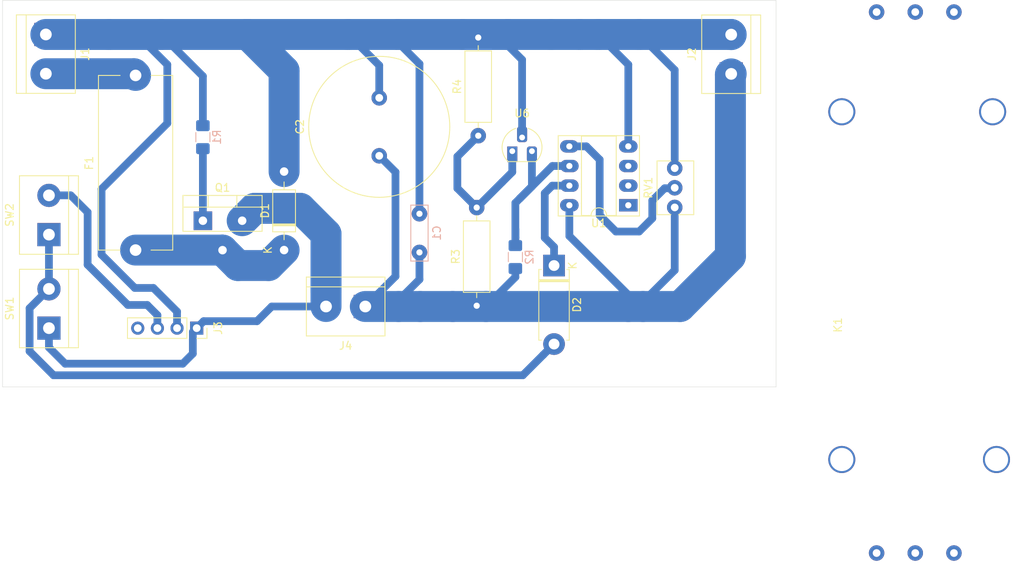
<source format=kicad_pcb>
(kicad_pcb (version 20171130) (host pcbnew "(5.1.4)-1")

  (general
    (thickness 1.6)
    (drawings 10)
    (tracks 132)
    (zones 0)
    (modules 20)
    (nets 20)
  )

  (page A4)
  (layers
    (0 F.Cu signal)
    (31 B.Cu signal)
    (32 B.Adhes user)
    (33 F.Adhes user)
    (34 B.Paste user)
    (35 F.Paste user)
    (36 B.SilkS user)
    (37 F.SilkS user)
    (38 B.Mask user)
    (39 F.Mask user)
    (40 Dwgs.User user)
    (41 Cmts.User user)
    (42 Eco1.User user)
    (43 Eco2.User user)
    (44 Edge.Cuts user)
    (45 Margin user)
    (46 B.CrtYd user)
    (47 F.CrtYd user)
    (48 B.Fab user)
    (49 F.Fab user)
  )

  (setup
    (last_trace_width 1)
    (user_trace_width 1)
    (user_trace_width 3.5)
    (user_trace_width 4)
    (trace_clearance 0.5)
    (zone_clearance 0.508)
    (zone_45_only no)
    (trace_min 0.2)
    (via_size 0.8)
    (via_drill 0.4)
    (via_min_size 0.4)
    (via_min_drill 0.3)
    (uvia_size 0.3)
    (uvia_drill 0.1)
    (uvias_allowed no)
    (uvia_min_size 0.2)
    (uvia_min_drill 0.1)
    (edge_width 0.05)
    (segment_width 0.2)
    (pcb_text_width 0.3)
    (pcb_text_size 1.5 1.5)
    (mod_edge_width 0.12)
    (mod_text_size 1 1)
    (mod_text_width 0.15)
    (pad_size 2 2)
    (pad_drill 0.8)
    (pad_to_mask_clearance 0.051)
    (solder_mask_min_width 0.25)
    (aux_axis_origin 0 0)
    (visible_elements 7FFFFFFF)
    (pcbplotparams
      (layerselection 0x010fc_ffffffff)
      (usegerberextensions false)
      (usegerberattributes false)
      (usegerberadvancedattributes false)
      (creategerberjobfile false)
      (excludeedgelayer true)
      (linewidth 0.100000)
      (plotframeref false)
      (viasonmask false)
      (mode 1)
      (useauxorigin false)
      (hpglpennumber 1)
      (hpglpenspeed 20)
      (hpglpendiameter 15.000000)
      (psnegative false)
      (psa4output false)
      (plotreference true)
      (plotvalue true)
      (plotinvisibletext false)
      (padsonsilk false)
      (subtractmaskfromsilk false)
      (outputformat 1)
      (mirror false)
      (drillshape 1)
      (scaleselection 1)
      (outputdirectory ""))
  )

  (net 0 "")
  (net 1 "Net-(K1-Pad6)")
  (net 2 "Net-(RV1-Pad2)")
  (net 3 RELAY_NO)
  (net 4 POW_IN-)
  (net 5 "Net-(D2-Pad1)")
  (net 6 "Net-(D2-Pad2)")
  (net 7 RELAY_COM)
  (net 8 POW_IN+)
  (net 9 "Net-(K1-Pad3)")
  (net 10 "Net-(Q1-Pad1)")
  (net 11 "Net-(R2-Pad2)")
  (net 12 "Net-(D1-Pad1)")
  (net 13 "Net-(J3-Pad3)")
  (net 14 "Net-(J3-Pad4)")
  (net 15 "Net-(K1-Pad2)")
  (net 16 "Net-(K1-Pad1)")
  (net 17 "Net-(K1-Pad5)")
  (net 18 "Net-(K1-Pad4)")
  (net 19 "Net-(R3-Pad2)")

  (net_class Default "Esta es la clase de red por defecto."
    (clearance 0.5)
    (trace_width 0.25)
    (via_dia 0.8)
    (via_drill 0.4)
    (uvia_dia 0.3)
    (uvia_drill 0.1)
    (add_net "Net-(D1-Pad1)")
    (add_net "Net-(D2-Pad1)")
    (add_net "Net-(D2-Pad2)")
    (add_net "Net-(J3-Pad3)")
    (add_net "Net-(J3-Pad4)")
    (add_net "Net-(K1-Pad1)")
    (add_net "Net-(K1-Pad2)")
    (add_net "Net-(K1-Pad3)")
    (add_net "Net-(K1-Pad4)")
    (add_net "Net-(K1-Pad5)")
    (add_net "Net-(K1-Pad6)")
    (add_net "Net-(Q1-Pad1)")
    (add_net "Net-(R2-Pad2)")
    (add_net "Net-(R3-Pad2)")
    (add_net "Net-(RV1-Pad2)")
    (add_net POW_IN+)
    (add_net POW_IN-)
    (add_net RELAY_COM)
    (add_net RELAY_NO)
  )

  (module Potentiometer_THT:Potentiometer_Bourns_3266Y_Vertical (layer F.Cu) (tedit 5E727EBB) (tstamp 5E5D9C30)
    (at 106.9 41.7 90)
    (descr "Potentiometer, vertical, Bourns 3266Y, https://www.bourns.com/docs/Product-Datasheets/3266.pdf")
    (tags "Potentiometer vertical Bourns 3266Y")
    (path /5DBB5534)
    (fp_text reference RV1 (at -2.54 -3.41 90) (layer F.SilkS)
      (effects (font (size 1 1) (thickness 0.15)))
    )
    (fp_text value R_POT (at -2.54 3.59 90) (layer F.Fab)
      (effects (font (size 1 1) (thickness 0.15)))
    )
    (fp_circle (center -0.405 1.07) (end 0.485 1.07) (layer F.Fab) (width 0.1))
    (fp_line (start -5.895 -2.16) (end -5.895 2.34) (layer F.Fab) (width 0.1))
    (fp_line (start -5.895 2.34) (end 0.815 2.34) (layer F.Fab) (width 0.1))
    (fp_line (start 0.815 2.34) (end 0.815 -2.16) (layer F.Fab) (width 0.1))
    (fp_line (start 0.815 -2.16) (end -5.895 -2.16) (layer F.Fab) (width 0.1))
    (fp_line (start -0.405 1.952) (end -0.404 0.189) (layer F.Fab) (width 0.1))
    (fp_line (start -0.405 1.952) (end -0.404 0.189) (layer F.Fab) (width 0.1))
    (fp_line (start -6.015 -2.28) (end 0.935 -2.28) (layer F.SilkS) (width 0.12))
    (fp_line (start -6.015 2.46) (end 0.935 2.46) (layer F.SilkS) (width 0.12))
    (fp_line (start -6.015 -2.28) (end -6.015 -0.494) (layer F.SilkS) (width 0.12))
    (fp_line (start -6.015 0.496) (end -6.015 2.46) (layer F.SilkS) (width 0.12))
    (fp_line (start 0.935 -2.28) (end 0.935 -0.494) (layer F.SilkS) (width 0.12))
    (fp_line (start 0.935 0.496) (end 0.935 2.46) (layer F.SilkS) (width 0.12))
    (fp_line (start -6.15 -2.45) (end -6.15 2.6) (layer F.CrtYd) (width 0.05))
    (fp_line (start -6.15 2.6) (end 1.1 2.6) (layer F.CrtYd) (width 0.05))
    (fp_line (start 1.1 2.6) (end 1.1 -2.45) (layer F.CrtYd) (width 0.05))
    (fp_line (start 1.1 -2.45) (end -6.15 -2.45) (layer F.CrtYd) (width 0.05))
    (fp_text user %R (at -3.15 0.09 90) (layer F.Fab)
      (effects (font (size 0.92 0.92) (thickness 0.15)))
    )
    (pad 1 thru_hole circle (at 0 0 90) (size 2 2) (drill 1) (layers *.Cu *.Mask)
      (net 4 POW_IN-))
    (pad 2 thru_hole circle (at -2.54 0 90) (size 2 2) (drill 1) (layers *.Cu *.Mask)
      (net 2 "Net-(RV1-Pad2)"))
    (pad 3 thru_hole circle (at -5.08 0 90) (size 2 2) (drill 1) (layers *.Cu *.Mask)
      (net 3 RELAY_NO))
    (model ${KISYS3DMOD}/Potentiometer_THT.3dshapes/Potentiometer_Bourns_3266Y_Vertical.wrl
      (at (xyz 0 0 0))
      (scale (xyz 1 1 1))
      (rotate (xyz 0 0 0))
    )
  )

  (module Resistor_THT:R_Axial_DIN0309_L9.0mm_D3.2mm_P12.70mm_Horizontal (layer F.Cu) (tedit 5E727F1E) (tstamp 5E72BDDB)
    (at 81.5 37.5 90)
    (descr "Resistor, Axial_DIN0309 series, Axial, Horizontal, pin pitch=12.7mm, 0.5W = 1/2W, length*diameter=9*3.2mm^2, http://cdn-reichelt.de/documents/datenblatt/B400/1_4W%23YAG.pdf")
    (tags "Resistor Axial_DIN0309 series Axial Horizontal pin pitch 12.7mm 0.5W = 1/2W length 9mm diameter 3.2mm")
    (path /5E72DC5E)
    (fp_text reference R4 (at 6.35 -2.72 90) (layer F.SilkS)
      (effects (font (size 1 1) (thickness 0.15)))
    )
    (fp_text value 100k (at 6.35 2.72 90) (layer F.Fab)
      (effects (font (size 1 1) (thickness 0.15)))
    )
    (fp_text user %R (at 6.35 0 90) (layer F.Fab)
      (effects (font (size 1 1) (thickness 0.15)))
    )
    (fp_line (start 13.75 -1.85) (end -1.05 -1.85) (layer F.CrtYd) (width 0.05))
    (fp_line (start 13.75 1.85) (end 13.75 -1.85) (layer F.CrtYd) (width 0.05))
    (fp_line (start -1.05 1.85) (end 13.75 1.85) (layer F.CrtYd) (width 0.05))
    (fp_line (start -1.05 -1.85) (end -1.05 1.85) (layer F.CrtYd) (width 0.05))
    (fp_line (start 11.66 0) (end 10.97 0) (layer F.SilkS) (width 0.12))
    (fp_line (start 1.04 0) (end 1.73 0) (layer F.SilkS) (width 0.12))
    (fp_line (start 10.97 -1.72) (end 1.73 -1.72) (layer F.SilkS) (width 0.12))
    (fp_line (start 10.97 1.72) (end 10.97 -1.72) (layer F.SilkS) (width 0.12))
    (fp_line (start 1.73 1.72) (end 10.97 1.72) (layer F.SilkS) (width 0.12))
    (fp_line (start 1.73 -1.72) (end 1.73 1.72) (layer F.SilkS) (width 0.12))
    (fp_line (start 12.7 0) (end 10.85 0) (layer F.Fab) (width 0.1))
    (fp_line (start 0 0) (end 1.85 0) (layer F.Fab) (width 0.1))
    (fp_line (start 10.85 -1.6) (end 1.85 -1.6) (layer F.Fab) (width 0.1))
    (fp_line (start 10.85 1.6) (end 10.85 -1.6) (layer F.Fab) (width 0.1))
    (fp_line (start 1.85 1.6) (end 10.85 1.6) (layer F.Fab) (width 0.1))
    (fp_line (start 1.85 -1.6) (end 1.85 1.6) (layer F.Fab) (width 0.1))
    (pad 2 thru_hole circle (at 12.7 0 90) (size 2 2) (drill 0.8) (layers *.Cu *.Mask)
      (net 4 POW_IN-))
    (pad 1 thru_hole circle (at 0 0 90) (size 2 2) (drill 0.8) (layers *.Cu *.Mask)
      (net 19 "Net-(R3-Pad2)"))
    (model ${KISYS3DMOD}/Resistor_THT.3dshapes/R_Axial_DIN0309_L9.0mm_D3.2mm_P12.70mm_Horizontal.wrl
      (at (xyz 0 0 0))
      (scale (xyz 1 1 1))
      (rotate (xyz 0 0 0))
    )
  )

  (module Resistor_THT:R_Axial_DIN0309_L9.0mm_D3.2mm_P12.70mm_Horizontal (layer F.Cu) (tedit 5E727F0B) (tstamp 5E72BDC4)
    (at 81.3 59.5 90)
    (descr "Resistor, Axial_DIN0309 series, Axial, Horizontal, pin pitch=12.7mm, 0.5W = 1/2W, length*diameter=9*3.2mm^2, http://cdn-reichelt.de/documents/datenblatt/B400/1_4W%23YAG.pdf")
    (tags "Resistor Axial_DIN0309 series Axial Horizontal pin pitch 12.7mm 0.5W = 1/2W length 9mm diameter 3.2mm")
    (path /5E72E382)
    (fp_text reference R3 (at 6.35 -2.72 90) (layer F.SilkS)
      (effects (font (size 1 1) (thickness 0.15)))
    )
    (fp_text value 100k (at 6.35 2.72 90) (layer F.Fab)
      (effects (font (size 1 1) (thickness 0.15)))
    )
    (fp_text user %R (at 6.35 0 90) (layer F.Fab)
      (effects (font (size 1 1) (thickness 0.15)))
    )
    (fp_line (start 13.75 -1.85) (end -1.05 -1.85) (layer F.CrtYd) (width 0.05))
    (fp_line (start 13.75 1.85) (end 13.75 -1.85) (layer F.CrtYd) (width 0.05))
    (fp_line (start -1.05 1.85) (end 13.75 1.85) (layer F.CrtYd) (width 0.05))
    (fp_line (start -1.05 -1.85) (end -1.05 1.85) (layer F.CrtYd) (width 0.05))
    (fp_line (start 11.66 0) (end 10.97 0) (layer F.SilkS) (width 0.12))
    (fp_line (start 1.04 0) (end 1.73 0) (layer F.SilkS) (width 0.12))
    (fp_line (start 10.97 -1.72) (end 1.73 -1.72) (layer F.SilkS) (width 0.12))
    (fp_line (start 10.97 1.72) (end 10.97 -1.72) (layer F.SilkS) (width 0.12))
    (fp_line (start 1.73 1.72) (end 10.97 1.72) (layer F.SilkS) (width 0.12))
    (fp_line (start 1.73 -1.72) (end 1.73 1.72) (layer F.SilkS) (width 0.12))
    (fp_line (start 12.7 0) (end 10.85 0) (layer F.Fab) (width 0.1))
    (fp_line (start 0 0) (end 1.85 0) (layer F.Fab) (width 0.1))
    (fp_line (start 10.85 -1.6) (end 1.85 -1.6) (layer F.Fab) (width 0.1))
    (fp_line (start 10.85 1.6) (end 10.85 -1.6) (layer F.Fab) (width 0.1))
    (fp_line (start 1.85 1.6) (end 10.85 1.6) (layer F.Fab) (width 0.1))
    (fp_line (start 1.85 -1.6) (end 1.85 1.6) (layer F.Fab) (width 0.1))
    (pad 2 thru_hole circle (at 12.7 0 90) (size 2 2) (drill 0.8) (layers *.Cu *.Mask)
      (net 19 "Net-(R3-Pad2)"))
    (pad 1 thru_hole circle (at 0 0 90) (size 2 2) (drill 0.8) (layers *.Cu *.Mask)
      (net 3 RELAY_NO))
    (model ${KISYS3DMOD}/Resistor_THT.3dshapes/R_Axial_DIN0309_L9.0mm_D3.2mm_P12.70mm_Horizontal.wrl
      (at (xyz 0 0 0))
      (scale (xyz 1 1 1))
      (rotate (xyz 0 0 0))
    )
  )

  (module Capacitor_THT:C_Rect_L7.0mm_W2.0mm_P5.00mm (layer B.Cu) (tedit 5E727F3D) (tstamp 5E61209A)
    (at 73.9 52.6 90)
    (descr "C, Rect series, Radial, pin pitch=5.00mm, , length*width=7*2mm^2, Capacitor")
    (tags "C Rect series Radial pin pitch 5.00mm  length 7mm width 2mm Capacitor")
    (path /5DDEF386)
    (fp_text reference C1 (at 2.5 2.25 90) (layer B.SilkS)
      (effects (font (size 1 1) (thickness 0.15)) (justify mirror))
    )
    (fp_text value 1u (at 2.5 -2.25 90) (layer B.Fab)
      (effects (font (size 1 1) (thickness 0.15)) (justify mirror))
    )
    (fp_text user %R (at 2.5 0 90) (layer B.Fab)
      (effects (font (size 1 1) (thickness 0.15)) (justify mirror))
    )
    (fp_line (start 6.25 1.25) (end -1.25 1.25) (layer B.CrtYd) (width 0.05))
    (fp_line (start 6.25 -1.25) (end 6.25 1.25) (layer B.CrtYd) (width 0.05))
    (fp_line (start -1.25 -1.25) (end 6.25 -1.25) (layer B.CrtYd) (width 0.05))
    (fp_line (start -1.25 1.25) (end -1.25 -1.25) (layer B.CrtYd) (width 0.05))
    (fp_line (start 6.12 1.12) (end 6.12 -1.12) (layer B.SilkS) (width 0.12))
    (fp_line (start -1.12 1.12) (end -1.12 -1.12) (layer B.SilkS) (width 0.12))
    (fp_line (start -1.12 -1.12) (end 6.12 -1.12) (layer B.SilkS) (width 0.12))
    (fp_line (start -1.12 1.12) (end 6.12 1.12) (layer B.SilkS) (width 0.12))
    (fp_line (start 6 1) (end -1 1) (layer B.Fab) (width 0.1))
    (fp_line (start 6 -1) (end 6 1) (layer B.Fab) (width 0.1))
    (fp_line (start -1 -1) (end 6 -1) (layer B.Fab) (width 0.1))
    (fp_line (start -1 1) (end -1 -1) (layer B.Fab) (width 0.1))
    (pad 2 thru_hole circle (at 5 0 90) (size 2 2) (drill 0.8) (layers *.Cu *.Mask)
      (net 4 POW_IN-))
    (pad 1 thru_hole circle (at 0 0 90) (size 2 2) (drill 0.8) (layers *.Cu *.Mask)
      (net 3 RELAY_NO))
    (model ${KISYS3DMOD}/Capacitor_THT.3dshapes/C_Rect_L7.0mm_W2.0mm_P5.00mm.wrl
      (at (xyz 0 0 0))
      (scale (xyz 1 1 1))
      (rotate (xyz 0 0 0))
    )
  )

  (module Capacitor_THT:C_Radial_D18.0mm_H35.5mm_P7.50mm (layer F.Cu) (tedit 5BC5C9BA) (tstamp 5E5D9B56)
    (at 68.7 40.1 90)
    (descr "C, Radial series, Radial, pin pitch=7.50mm, diameter=18mm, height=35.5mm, Non-Polar Electrolytic Capacitor")
    (tags "C Radial series Radial pin pitch 7.50mm diameter 18mm height 35.5mm Non-Polar Electrolytic Capacitor")
    (path /5DDEEE5E)
    (fp_text reference C2 (at 3.75 -10.25 90) (layer F.SilkS)
      (effects (font (size 1 1) (thickness 0.15)))
    )
    (fp_text value 1000u (at 3.75 10.25 90) (layer F.Fab)
      (effects (font (size 1 1) (thickness 0.15)))
    )
    (fp_circle (center 3.75 0) (end 12.75 0) (layer F.Fab) (width 0.1))
    (fp_circle (center 3.75 0) (end 12.87 0) (layer F.SilkS) (width 0.12))
    (fp_circle (center 3.75 0) (end 13 0) (layer F.CrtYd) (width 0.05))
    (fp_text user %R (at 3.75 0 90) (layer F.Fab)
      (effects (font (size 1 1) (thickness 0.15)))
    )
    (pad 1 thru_hole circle (at 0 0 90) (size 2 2) (drill 1) (layers *.Cu *.Mask)
      (net 3 RELAY_NO))
    (pad 2 thru_hole circle (at 7.5 0 90) (size 2 2) (drill 1) (layers *.Cu *.Mask)
      (net 4 POW_IN-))
    (model ${KISYS3DMOD}/Capacitor_THT.3dshapes/C_Radial_D18.0mm_H35.5mm_P7.50mm.wrl
      (at (xyz 0 0 0))
      (scale (xyz 1 1 1))
      (rotate (xyz 0 0 0))
    )
  )

  (module Diode_THT:D_5W_P10.16mm_Horizontal (layer F.Cu) (tedit 5AE50CD5) (tstamp 5E600196)
    (at 91.3 54.3 270)
    (descr "Diode, 5W series, Axial, Horizontal, pin pitch=10.16mm, , length*diameter=8.9*3.7mm^2, , http://www.diodes.com/_files/packages/8686949.gif")
    (tags "Diode 5W series Axial Horizontal pin pitch 10.16mm  length 8.9mm diameter 3.7mm")
    (path /5DC0F8BF)
    (fp_text reference D2 (at 5.08 -2.97 90) (layer F.SilkS)
      (effects (font (size 1 1) (thickness 0.15)))
    )
    (fp_text value DIODE (at 5.08 2.97 90) (layer F.Fab)
      (effects (font (size 1 1) (thickness 0.15)))
    )
    (fp_line (start 0.63 -1.85) (end 0.63 1.85) (layer F.Fab) (width 0.1))
    (fp_line (start 0.63 1.85) (end 9.53 1.85) (layer F.Fab) (width 0.1))
    (fp_line (start 9.53 1.85) (end 9.53 -1.85) (layer F.Fab) (width 0.1))
    (fp_line (start 9.53 -1.85) (end 0.63 -1.85) (layer F.Fab) (width 0.1))
    (fp_line (start 0 0) (end 0.63 0) (layer F.Fab) (width 0.1))
    (fp_line (start 10.16 0) (end 9.53 0) (layer F.Fab) (width 0.1))
    (fp_line (start 1.965 -1.85) (end 1.965 1.85) (layer F.Fab) (width 0.1))
    (fp_line (start 2.065 -1.85) (end 2.065 1.85) (layer F.Fab) (width 0.1))
    (fp_line (start 1.865 -1.85) (end 1.865 1.85) (layer F.Fab) (width 0.1))
    (fp_line (start 0.51 -1.64) (end 0.51 -1.97) (layer F.SilkS) (width 0.12))
    (fp_line (start 0.51 -1.97) (end 9.65 -1.97) (layer F.SilkS) (width 0.12))
    (fp_line (start 9.65 -1.97) (end 9.65 -1.64) (layer F.SilkS) (width 0.12))
    (fp_line (start 0.51 1.64) (end 0.51 1.97) (layer F.SilkS) (width 0.12))
    (fp_line (start 0.51 1.97) (end 9.65 1.97) (layer F.SilkS) (width 0.12))
    (fp_line (start 9.65 1.97) (end 9.65 1.64) (layer F.SilkS) (width 0.12))
    (fp_line (start 1.965 -1.97) (end 1.965 1.97) (layer F.SilkS) (width 0.12))
    (fp_line (start 2.085 -1.97) (end 2.085 1.97) (layer F.SilkS) (width 0.12))
    (fp_line (start 1.845 -1.97) (end 1.845 1.97) (layer F.SilkS) (width 0.12))
    (fp_line (start -1.65 -2.1) (end -1.65 2.1) (layer F.CrtYd) (width 0.05))
    (fp_line (start -1.65 2.1) (end 11.81 2.1) (layer F.CrtYd) (width 0.05))
    (fp_line (start 11.81 2.1) (end 11.81 -2.1) (layer F.CrtYd) (width 0.05))
    (fp_line (start 11.81 -2.1) (end -1.65 -2.1) (layer F.CrtYd) (width 0.05))
    (fp_text user %R (at 5.7475 0 90) (layer F.Fab)
      (effects (font (size 1 1) (thickness 0.15)))
    )
    (fp_text user K (at 0 -2.4 90) (layer F.Fab)
      (effects (font (size 1 1) (thickness 0.15)))
    )
    (fp_text user K (at 0 -2.4 90) (layer F.SilkS)
      (effects (font (size 1 1) (thickness 0.15)))
    )
    (pad 1 thru_hole rect (at 0 0 270) (size 2.8 2.8) (drill 1.4) (layers *.Cu *.Mask)
      (net 5 "Net-(D2-Pad1)"))
    (pad 2 thru_hole oval (at 10.16 0 270) (size 2.8 2.8) (drill 1.4) (layers *.Cu *.Mask)
      (net 6 "Net-(D2-Pad2)"))
    (model ${KISYS3DMOD}/Diode_THT.3dshapes/D_5W_P10.16mm_Horizontal.wrl
      (at (xyz 0 0 0))
      (scale (xyz 1 1 1))
      (rotate (xyz 0 0 0))
    )
  )

  (module Fuse:Fuseholder_Cylinder-5x20mm_Stelvio-Kontek_PTF78_Horizontal_Open (layer F.Cu) (tedit 5B7EAE13) (tstamp 5E5D9BAF)
    (at 37.2 52.3 90)
    (descr https://www.tme.eu/en/Document/3b48dbe2b9714a62652c97b08fcd464b/PTF78.pdf)
    (tags "Fuseholder horizontal open 5x20 Stelvio-Kontek PTF/78")
    (path /5E5D589E)
    (fp_text reference F1 (at 11.25 -6 90) (layer F.SilkS)
      (effects (font (size 1 1) (thickness 0.15)))
    )
    (fp_text value Fuse (at 13 6 90) (layer F.Fab)
      (effects (font (size 1 1) (thickness 0.15)))
    )
    (fp_text user %R (at 11.25 4 90) (layer F.Fab)
      (effects (font (size 1 1) (thickness 0.15)))
    )
    (fp_line (start 0.1 -4.7) (end 0.1 4.7) (layer F.Fab) (width 0.1))
    (fp_line (start 0.1 4.7) (end 22.5 4.7) (layer F.Fab) (width 0.1))
    (fp_line (start 22.5 4.7) (end 22.5 -4.7) (layer F.Fab) (width 0.1))
    (fp_line (start 22.5 -4.7) (end 0.1 -4.7) (layer F.Fab) (width 0.1))
    (fp_line (start -0.15 4.95) (end -0.15 1.85) (layer F.CrtYd) (width 0.05))
    (fp_line (start 22.6 4.8) (end 22.6 2) (layer F.SilkS) (width 0.12))
    (fp_line (start 22.6 -2) (end 22.6 -4.8) (layer F.SilkS) (width 0.12))
    (fp_line (start 0 -2) (end 0 -4.8) (layer F.SilkS) (width 0.12))
    (fp_line (start 0 -4.8) (end 22.6 -4.8) (layer F.SilkS) (width 0.12))
    (fp_line (start 22.75 4.95) (end -0.15 4.95) (layer F.CrtYd) (width 0.05))
    (fp_line (start -0.15 -4.95) (end 22.75 -4.95) (layer F.CrtYd) (width 0.05))
    (fp_line (start 0 4.8) (end 22.6 4.8) (layer F.SilkS) (width 0.12))
    (fp_line (start -0.15 -1.85) (end -0.15 -4.95) (layer F.CrtYd) (width 0.05))
    (fp_line (start 22.75 -1.85) (end 22.75 -4.95) (layer F.CrtYd) (width 0.05))
    (fp_line (start 22.75 1.85) (end 22.75 4.95) (layer F.CrtYd) (width 0.05))
    (fp_line (start 0 4.8) (end 0 2) (layer F.SilkS) (width 0.12))
    (fp_line (start 22.75 -1.85) (end 23 -1.85) (layer F.CrtYd) (width 0.05))
    (fp_line (start 24.45 0.45) (end 24.45 -0.45) (layer F.CrtYd) (width 0.05))
    (fp_line (start 24.45 -0.45) (end 24.05 -1.25) (layer F.CrtYd) (width 0.05))
    (fp_line (start 24.05 -1.25) (end 23.35 -1.75) (layer F.CrtYd) (width 0.05))
    (fp_line (start 23.35 -1.75) (end 23 -1.85) (layer F.CrtYd) (width 0.05))
    (fp_line (start 22.75 1.85) (end 23 1.85) (layer F.CrtYd) (width 0.05))
    (fp_line (start 23 1.85) (end 23.35 1.75) (layer F.CrtYd) (width 0.05))
    (fp_line (start 23.35 1.75) (end 24.05 1.25) (layer F.CrtYd) (width 0.05))
    (fp_line (start 24.05 1.25) (end 24.45 0.45) (layer F.CrtYd) (width 0.05))
    (fp_line (start -0.15 -1.85) (end -0.4 -1.85) (layer F.CrtYd) (width 0.05))
    (fp_line (start -0.4 -1.85) (end -0.75 -1.75) (layer F.CrtYd) (width 0.05))
    (fp_line (start -0.75 -1.75) (end -1.45 -1.25) (layer F.CrtYd) (width 0.05))
    (fp_line (start -1.85 -0.45) (end -1.85 0.45) (layer F.CrtYd) (width 0.05))
    (fp_line (start -1.45 1.25) (end -0.75 1.75) (layer F.CrtYd) (width 0.05))
    (fp_line (start -0.75 1.75) (end -0.4 1.85) (layer F.CrtYd) (width 0.05))
    (fp_line (start -0.4 1.85) (end -0.15 1.85) (layer F.CrtYd) (width 0.05))
    (fp_line (start -1.45 1.25) (end -1.85 0.45) (layer F.CrtYd) (width 0.05))
    (fp_line (start -1.85 -0.45) (end -1.45 -1.25) (layer F.CrtYd) (width 0.05))
    (pad 1 thru_hole circle (at 0 0 90) (size 3 3) (drill 1.5) (layers *.Cu *.Mask)
      (net 12 "Net-(D1-Pad1)"))
    (pad 2 thru_hole circle (at 22.6 0 90) (size 3 3) (drill 1.5) (layers *.Cu *.Mask)
      (net 8 POW_IN+))
    (model ${KISYS3DMOD}/Fuse.3dshapes/Fuseholder_Cylinder-5x20mm_Stelvio-Kontek_PTF78_Horizontal_Open.wrl
      (at (xyz 0 0 0))
      (scale (xyz 1 1 1))
      (rotate (xyz 0 0 0))
    )
  )

  (module custom_footprints:Modulo_Relé_Arduino (layer F.Cu) (tedit 5DCC760A) (tstamp 5E5D9C06)
    (at 128.5 34.4 90)
    (path /5E40A870)
    (fp_text reference K1 (at -27.6 -0.5 90) (layer F.SilkS)
      (effects (font (size 1 1) (thickness 0.15)))
    )
    (fp_text value Modulo_Relé (at -28.1 -2 90) (layer F.Fab)
      (effects (font (size 1 1) (thickness 0.15)))
    )
    (fp_line (start -43.1 -3) (end -43.1 23) (layer Dwgs.User) (width 0.12))
    (fp_line (start -47.1 -3) (end -47.1 23) (layer F.Fab) (width 0.12))
    (fp_line (start -47.1 23) (end 2.9 23) (layer F.Fab) (width 0.12))
    (fp_line (start 2.9 23) (end 2.9 -3) (layer F.Fab) (width 0.12))
    (fp_line (start 2.9 -3) (end -47.1 -3) (layer F.Fab) (width 0.12))
    (fp_line (start -58.6 -3.5) (end -58.6 23.5) (layer F.CrtYd) (width 0.12))
    (fp_line (start -58.6 23.5) (end 13.9 23.5) (layer F.CrtYd) (width 0.12))
    (fp_line (start 13.9 23.5) (end 14.4 23.5) (layer F.CrtYd) (width 0.12))
    (fp_line (start 14.4 23.5) (end 14.4 -3.5) (layer F.CrtYd) (width 0.12))
    (fp_line (start 14.4 -3.5) (end -58.6 -3.5) (layer F.CrtYd) (width 0.12))
    (pad 2 thru_hole circle (at 12.9 9.5 90) (size 2 2) (drill 1) (layers *.Cu *.Mask)
      (net 15 "Net-(K1-Pad2)"))
    (pad "" np_thru_hole circle (at -45 0 90) (size 3.5 3.5) (drill 3) (layers *.Cu *.Mask))
    (pad "" np_thru_hole circle (at -45 20 90) (size 3.5 3.5) (drill 3) (layers *.Cu *.Mask))
    (pad "" np_thru_hole circle (at 0 19.5 90) (size 3.5 3.5) (drill 3) (layers *.Cu *.Mask))
    (pad 1 thru_hole circle (at 12.9 4.5 90) (size 2 2) (drill 1) (layers *.Cu *.Mask)
      (net 16 "Net-(K1-Pad1)"))
    (pad "" np_thru_hole circle (at 0 0 90) (size 3.5 3.5) (drill 3) (layers *.Cu *.Mask))
    (pad 3 thru_hole circle (at 12.9 14.5 90) (size 2 2) (drill 1) (layers *.Cu *.Mask)
      (net 9 "Net-(K1-Pad3)"))
    (pad 6 thru_hole circle (at -57.1 4.5 90) (size 2 2) (drill 1) (layers *.Cu *.Mask)
      (net 1 "Net-(K1-Pad6)"))
    (pad 5 thru_hole circle (at -57.1 9.5 90) (size 2 2) (drill 1) (layers *.Cu *.Mask)
      (net 17 "Net-(K1-Pad5)"))
    (pad 4 thru_hole circle (at -57.1 14.5 90) (size 2 2) (drill 1) (layers *.Cu *.Mask)
      (net 18 "Net-(K1-Pad4)"))
  )

  (module Diode_THT:D_DO-41_SOD81_P10.16mm_Horizontal (layer F.Cu) (tedit 5AE50CD5) (tstamp 5E5FF73D)
    (at 56.4 52.3 90)
    (descr "Diode, DO-41_SOD81 series, Axial, Horizontal, pin pitch=10.16mm, , length*diameter=5.2*2.7mm^2, , http://www.diodes.com/_files/packages/DO-41%20(Plastic).pdf")
    (tags "Diode DO-41_SOD81 series Axial Horizontal pin pitch 10.16mm  length 5.2mm diameter 2.7mm")
    (path /5E731E9F)
    (fp_text reference D1 (at 5.08 -2.47 90) (layer F.SilkS)
      (effects (font (size 1 1) (thickness 0.15)))
    )
    (fp_text value 1N4007 (at 5.08 2.47 90) (layer F.Fab)
      (effects (font (size 1 1) (thickness 0.15)))
    )
    (fp_line (start 2.48 -1.35) (end 2.48 1.35) (layer F.Fab) (width 0.1))
    (fp_line (start 2.48 1.35) (end 7.68 1.35) (layer F.Fab) (width 0.1))
    (fp_line (start 7.68 1.35) (end 7.68 -1.35) (layer F.Fab) (width 0.1))
    (fp_line (start 7.68 -1.35) (end 2.48 -1.35) (layer F.Fab) (width 0.1))
    (fp_line (start 0 0) (end 2.48 0) (layer F.Fab) (width 0.1))
    (fp_line (start 10.16 0) (end 7.68 0) (layer F.Fab) (width 0.1))
    (fp_line (start 3.26 -1.35) (end 3.26 1.35) (layer F.Fab) (width 0.1))
    (fp_line (start 3.36 -1.35) (end 3.36 1.35) (layer F.Fab) (width 0.1))
    (fp_line (start 3.16 -1.35) (end 3.16 1.35) (layer F.Fab) (width 0.1))
    (fp_line (start 2.36 -1.47) (end 2.36 1.47) (layer F.SilkS) (width 0.12))
    (fp_line (start 2.36 1.47) (end 7.8 1.47) (layer F.SilkS) (width 0.12))
    (fp_line (start 7.8 1.47) (end 7.8 -1.47) (layer F.SilkS) (width 0.12))
    (fp_line (start 7.8 -1.47) (end 2.36 -1.47) (layer F.SilkS) (width 0.12))
    (fp_line (start 1.34 0) (end 2.36 0) (layer F.SilkS) (width 0.12))
    (fp_line (start 8.82 0) (end 7.8 0) (layer F.SilkS) (width 0.12))
    (fp_line (start 3.26 -1.47) (end 3.26 1.47) (layer F.SilkS) (width 0.12))
    (fp_line (start 3.38 -1.47) (end 3.38 1.47) (layer F.SilkS) (width 0.12))
    (fp_line (start 3.14 -1.47) (end 3.14 1.47) (layer F.SilkS) (width 0.12))
    (fp_line (start -1.35 -1.6) (end -1.35 1.6) (layer F.CrtYd) (width 0.05))
    (fp_line (start -1.35 1.6) (end 11.51 1.6) (layer F.CrtYd) (width 0.05))
    (fp_line (start 11.51 1.6) (end 11.51 -1.6) (layer F.CrtYd) (width 0.05))
    (fp_line (start 11.51 -1.6) (end -1.35 -1.6) (layer F.CrtYd) (width 0.05))
    (fp_text user %R (at 5.47 0 90) (layer F.Fab)
      (effects (font (size 1 1) (thickness 0.15)))
    )
    (fp_text user K (at 0 -2.1 90) (layer F.Fab)
      (effects (font (size 1 1) (thickness 0.15)))
    )
    (fp_text user K (at 0 -2.1 90) (layer F.SilkS)
      (effects (font (size 1 1) (thickness 0.15)))
    )
    (pad 1 thru_hole rect (at 0 0 90) (size 2.2 2.2) (drill 1.1) (layers *.Cu *.Mask)
      (net 12 "Net-(D1-Pad1)"))
    (pad 2 thru_hole oval (at 10.16 0 90) (size 2.2 2.2) (drill 1.1) (layers *.Cu *.Mask)
      (net 4 POW_IN-))
    (model ${KISYS3DMOD}/Diode_THT.3dshapes/D_DO-41_SOD81_P10.16mm_Horizontal.wrl
      (at (xyz 0 0 0))
      (scale (xyz 1 1 1))
      (rotate (xyz 0 0 0))
    )
  )

  (module TerminalBlock:TerminalBlock_bornier-2_P5.08mm (layer F.Cu) (tedit 59FF03AB) (tstamp 5E610673)
    (at 25.6 24.4 270)
    (descr "simple 2-pin terminal block, pitch 5.08mm, revamped version of bornier2")
    (tags "terminal block bornier2")
    (path /5E64A634)
    (fp_text reference J1 (at 2.54 -5.08 90) (layer F.SilkS)
      (effects (font (size 1 1) (thickness 0.15)))
    )
    (fp_text value POW_IN (at 2.54 5.08 90) (layer F.Fab)
      (effects (font (size 1 1) (thickness 0.15)))
    )
    (fp_text user %R (at 2.54 0 90) (layer F.Fab)
      (effects (font (size 1 1) (thickness 0.15)))
    )
    (fp_line (start -2.41 2.55) (end 7.49 2.55) (layer F.Fab) (width 0.1))
    (fp_line (start -2.46 -3.75) (end -2.46 3.75) (layer F.Fab) (width 0.1))
    (fp_line (start -2.46 3.75) (end 7.54 3.75) (layer F.Fab) (width 0.1))
    (fp_line (start 7.54 3.75) (end 7.54 -3.75) (layer F.Fab) (width 0.1))
    (fp_line (start 7.54 -3.75) (end -2.46 -3.75) (layer F.Fab) (width 0.1))
    (fp_line (start 7.62 2.54) (end -2.54 2.54) (layer F.SilkS) (width 0.12))
    (fp_line (start 7.62 3.81) (end 7.62 -3.81) (layer F.SilkS) (width 0.12))
    (fp_line (start 7.62 -3.81) (end -2.54 -3.81) (layer F.SilkS) (width 0.12))
    (fp_line (start -2.54 -3.81) (end -2.54 3.81) (layer F.SilkS) (width 0.12))
    (fp_line (start -2.54 3.81) (end 7.62 3.81) (layer F.SilkS) (width 0.12))
    (fp_line (start -2.71 -4) (end 7.79 -4) (layer F.CrtYd) (width 0.05))
    (fp_line (start -2.71 -4) (end -2.71 4) (layer F.CrtYd) (width 0.05))
    (fp_line (start 7.79 4) (end 7.79 -4) (layer F.CrtYd) (width 0.05))
    (fp_line (start 7.79 4) (end -2.71 4) (layer F.CrtYd) (width 0.05))
    (pad 1 thru_hole rect (at 0 0 270) (size 3 3) (drill 1.52) (layers *.Cu *.Mask)
      (net 4 POW_IN-))
    (pad 2 thru_hole circle (at 5.08 0 270) (size 3 3) (drill 1.52) (layers *.Cu *.Mask)
      (net 8 POW_IN+))
    (model ${KISYS3DMOD}/TerminalBlock.3dshapes/TerminalBlock_bornier-2_P5.08mm.wrl
      (offset (xyz 2.539999961853027 0 0))
      (scale (xyz 1 1 1))
      (rotate (xyz 0 0 0))
    )
  )

  (module TerminalBlock:TerminalBlock_bornier-2_P5.08mm (layer F.Cu) (tedit 59FF03AB) (tstamp 5E5FF767)
    (at 114.2 29.5 90)
    (descr "simple 2-pin terminal block, pitch 5.08mm, revamped version of bornier2")
    (tags "terminal block bornier2")
    (path /5E720436)
    (fp_text reference J2 (at 2.54 -5.08 90) (layer F.SilkS)
      (effects (font (size 1 1) (thickness 0.15)))
    )
    (fp_text value POW_OUT (at 2.54 5.08 90) (layer F.Fab)
      (effects (font (size 1 1) (thickness 0.15)))
    )
    (fp_line (start 7.79 4) (end -2.71 4) (layer F.CrtYd) (width 0.05))
    (fp_line (start 7.79 4) (end 7.79 -4) (layer F.CrtYd) (width 0.05))
    (fp_line (start -2.71 -4) (end -2.71 4) (layer F.CrtYd) (width 0.05))
    (fp_line (start -2.71 -4) (end 7.79 -4) (layer F.CrtYd) (width 0.05))
    (fp_line (start -2.54 3.81) (end 7.62 3.81) (layer F.SilkS) (width 0.12))
    (fp_line (start -2.54 -3.81) (end -2.54 3.81) (layer F.SilkS) (width 0.12))
    (fp_line (start 7.62 -3.81) (end -2.54 -3.81) (layer F.SilkS) (width 0.12))
    (fp_line (start 7.62 3.81) (end 7.62 -3.81) (layer F.SilkS) (width 0.12))
    (fp_line (start 7.62 2.54) (end -2.54 2.54) (layer F.SilkS) (width 0.12))
    (fp_line (start 7.54 -3.75) (end -2.46 -3.75) (layer F.Fab) (width 0.1))
    (fp_line (start 7.54 3.75) (end 7.54 -3.75) (layer F.Fab) (width 0.1))
    (fp_line (start -2.46 3.75) (end 7.54 3.75) (layer F.Fab) (width 0.1))
    (fp_line (start -2.46 -3.75) (end -2.46 3.75) (layer F.Fab) (width 0.1))
    (fp_line (start -2.41 2.55) (end 7.49 2.55) (layer F.Fab) (width 0.1))
    (fp_text user %R (at 2.54 0 90) (layer F.Fab)
      (effects (font (size 1 1) (thickness 0.15)))
    )
    (pad 2 thru_hole circle (at 5.08 0 90) (size 3 3) (drill 1.52) (layers *.Cu *.Mask)
      (net 4 POW_IN-))
    (pad 1 thru_hole rect (at 0 0 90) (size 3 3) (drill 1.52) (layers *.Cu *.Mask)
      (net 3 RELAY_NO))
    (model ${KISYS3DMOD}/TerminalBlock.3dshapes/TerminalBlock_bornier-2_P5.08mm.wrl
      (offset (xyz 2.539999961853027 0 0))
      (scale (xyz 1 1 1))
      (rotate (xyz 0 0 0))
    )
  )

  (module custom_footprints:TO-220-3_Vertical (layer F.Cu) (tedit 5C5DF5EA) (tstamp 5E612000)
    (at 45.9 48.5)
    (descr "TO-220-3, Vertical, RM 2.54mm, see https://www.vishay.com/docs/66542/to-220-1.pdf")
    (tags "TO-220-3 Vertical RM 2.54mm")
    (path /5E734FD2)
    (fp_text reference Q1 (at 2.54 -4.27) (layer F.SilkS)
      (effects (font (size 1 1) (thickness 0.15)))
    )
    (fp_text value IRF4905 (at 2.54 2.5) (layer F.Fab)
      (effects (font (size 1 1) (thickness 0.15)))
    )
    (fp_line (start -2.46 -3.15) (end -2.46 1.25) (layer F.Fab) (width 0.1))
    (fp_line (start -2.46 1.25) (end 7.54 1.25) (layer F.Fab) (width 0.1))
    (fp_line (start 7.54 1.25) (end 7.54 -3.15) (layer F.Fab) (width 0.1))
    (fp_line (start 7.54 -3.15) (end -2.46 -3.15) (layer F.Fab) (width 0.1))
    (fp_line (start -2.46 -1.88) (end 7.54 -1.88) (layer F.Fab) (width 0.1))
    (fp_line (start 0.69 -3.15) (end 0.69 -1.88) (layer F.Fab) (width 0.1))
    (fp_line (start 4.39 -3.15) (end 4.39 -1.88) (layer F.Fab) (width 0.1))
    (fp_line (start -2.58 -3.27) (end 7.66 -3.27) (layer F.SilkS) (width 0.12))
    (fp_line (start -2.58 1.371) (end 7.66 1.371) (layer F.SilkS) (width 0.12))
    (fp_line (start -2.58 -3.27) (end -2.58 1.371) (layer F.SilkS) (width 0.12))
    (fp_line (start 7.66 -3.27) (end 7.66 1.371) (layer F.SilkS) (width 0.12))
    (fp_line (start -2.58 -1.76) (end 7.66 -1.76) (layer F.SilkS) (width 0.12))
    (fp_line (start 0.69 -3.27) (end 0.69 -1.76) (layer F.SilkS) (width 0.12))
    (fp_line (start 4.391 -3.27) (end 4.391 -1.76) (layer F.SilkS) (width 0.12))
    (fp_line (start -2.71 -3.4) (end -2.71 1.51) (layer F.CrtYd) (width 0.05))
    (fp_line (start -2.71 1.51) (end 7.79 1.51) (layer F.CrtYd) (width 0.05))
    (fp_line (start 7.79 1.51) (end 7.79 -3.4) (layer F.CrtYd) (width 0.05))
    (fp_line (start 7.79 -3.4) (end -2.71 -3.4) (layer F.CrtYd) (width 0.05))
    (fp_text user %R (at 2.54 -4.27) (layer F.Fab)
      (effects (font (size 1 1) (thickness 0.15)))
    )
    (pad 1 thru_hole rect (at 0 0) (size 2.4 2.4) (drill 1.1) (layers *.Cu *.Mask)
      (net 10 "Net-(Q1-Pad1)"))
    (pad 2 thru_hole circle (at 2.54 3.81) (size 2.4 2.4) (drill 1.1) (layers *.Cu *.Mask)
      (net 12 "Net-(D1-Pad1)"))
    (pad 3 thru_hole circle (at 5.08 0) (size 2.4 2.4) (drill 1.1) (layers *.Cu *.Mask)
      (net 7 RELAY_COM))
    (model ${KISYS3DMOD}/Package_TO_SOT_THT.3dshapes/TO-220-3_Vertical.wrl
      (at (xyz 0 0 0))
      (scale (xyz 1 1 1))
      (rotate (xyz 0 0 0))
    )
  )

  (module Resistor_SMD:R_1206_3216Metric_Pad1.42x1.75mm_HandSolder (layer B.Cu) (tedit 5B301BBD) (tstamp 5E5FF792)
    (at 45.9 37.6875 90)
    (descr "Resistor SMD 1206 (3216 Metric), square (rectangular) end terminal, IPC_7351 nominal with elongated pad for handsoldering. (Body size source: http://www.tortai-tech.com/upload/download/2011102023233369053.pdf), generated with kicad-footprint-generator")
    (tags "resistor handsolder")
    (path /5E73773D)
    (attr smd)
    (fp_text reference R1 (at 0 1.82 270) (layer B.SilkS)
      (effects (font (size 1 1) (thickness 0.15)) (justify mirror))
    )
    (fp_text value 100k (at 0 -1.82 270) (layer B.Fab)
      (effects (font (size 1 1) (thickness 0.15)) (justify mirror))
    )
    (fp_text user %R (at 0 0 270) (layer B.Fab)
      (effects (font (size 0.8 0.8) (thickness 0.12)) (justify mirror))
    )
    (fp_line (start 2.45 -1.12) (end -2.45 -1.12) (layer B.CrtYd) (width 0.05))
    (fp_line (start 2.45 1.12) (end 2.45 -1.12) (layer B.CrtYd) (width 0.05))
    (fp_line (start -2.45 1.12) (end 2.45 1.12) (layer B.CrtYd) (width 0.05))
    (fp_line (start -2.45 -1.12) (end -2.45 1.12) (layer B.CrtYd) (width 0.05))
    (fp_line (start -0.602064 -0.91) (end 0.602064 -0.91) (layer B.SilkS) (width 0.12))
    (fp_line (start -0.602064 0.91) (end 0.602064 0.91) (layer B.SilkS) (width 0.12))
    (fp_line (start 1.6 -0.8) (end -1.6 -0.8) (layer B.Fab) (width 0.1))
    (fp_line (start 1.6 0.8) (end 1.6 -0.8) (layer B.Fab) (width 0.1))
    (fp_line (start -1.6 0.8) (end 1.6 0.8) (layer B.Fab) (width 0.1))
    (fp_line (start -1.6 -0.8) (end -1.6 0.8) (layer B.Fab) (width 0.1))
    (pad 2 smd roundrect (at 1.4875 0 90) (size 1.425 1.75) (layers B.Cu B.Paste B.Mask) (roundrect_rratio 0.175439)
      (net 4 POW_IN-))
    (pad 1 smd roundrect (at -1.4875 0 90) (size 1.425 1.75) (layers B.Cu B.Paste B.Mask) (roundrect_rratio 0.175439)
      (net 10 "Net-(Q1-Pad1)"))
    (model ${KISYS3DMOD}/Resistor_SMD.3dshapes/R_1206_3216Metric.wrl
      (at (xyz 0 0 0))
      (scale (xyz 1 1 1))
      (rotate (xyz 0 0 0))
    )
  )

  (module Resistor_SMD:R_1206_3216Metric_Pad1.42x1.75mm_HandSolder (layer B.Cu) (tedit 5B301BBD) (tstamp 5E612744)
    (at 86.3 53.2 90)
    (descr "Resistor SMD 1206 (3216 Metric), square (rectangular) end terminal, IPC_7351 nominal with elongated pad for handsoldering. (Body size source: http://www.tortai-tech.com/upload/download/2011102023233369053.pdf), generated with kicad-footprint-generator")
    (tags "resistor handsolder")
    (path /5DBD19E0)
    (attr smd)
    (fp_text reference R2 (at 0 1.82 90) (layer B.SilkS)
      (effects (font (size 1 1) (thickness 0.15)) (justify mirror))
    )
    (fp_text value 1.5k (at 0 -1.82 90) (layer B.Fab)
      (effects (font (size 1 1) (thickness 0.15)) (justify mirror))
    )
    (fp_line (start -1.6 -0.8) (end -1.6 0.8) (layer B.Fab) (width 0.1))
    (fp_line (start -1.6 0.8) (end 1.6 0.8) (layer B.Fab) (width 0.1))
    (fp_line (start 1.6 0.8) (end 1.6 -0.8) (layer B.Fab) (width 0.1))
    (fp_line (start 1.6 -0.8) (end -1.6 -0.8) (layer B.Fab) (width 0.1))
    (fp_line (start -0.602064 0.91) (end 0.602064 0.91) (layer B.SilkS) (width 0.12))
    (fp_line (start -0.602064 -0.91) (end 0.602064 -0.91) (layer B.SilkS) (width 0.12))
    (fp_line (start -2.45 -1.12) (end -2.45 1.12) (layer B.CrtYd) (width 0.05))
    (fp_line (start -2.45 1.12) (end 2.45 1.12) (layer B.CrtYd) (width 0.05))
    (fp_line (start 2.45 1.12) (end 2.45 -1.12) (layer B.CrtYd) (width 0.05))
    (fp_line (start 2.45 -1.12) (end -2.45 -1.12) (layer B.CrtYd) (width 0.05))
    (fp_text user %R (at 0 0 90) (layer B.Fab)
      (effects (font (size 0.8 0.8) (thickness 0.12)) (justify mirror))
    )
    (pad 1 smd roundrect (at -1.4875 0 90) (size 1.425 1.75) (layers B.Cu B.Paste B.Mask) (roundrect_rratio 0.175439)
      (net 3 RELAY_NO))
    (pad 2 smd roundrect (at 1.4875 0 90) (size 1.425 1.75) (layers B.Cu B.Paste B.Mask) (roundrect_rratio 0.175439)
      (net 11 "Net-(R2-Pad2)"))
    (model ${KISYS3DMOD}/Resistor_SMD.3dshapes/R_1206_3216Metric.wrl
      (at (xyz 0 0 0))
      (scale (xyz 1 1 1))
      (rotate (xyz 0 0 0))
    )
  )

  (module TerminalBlock:TerminalBlock_bornier-2_P5.08mm (layer F.Cu) (tedit 59FF03AB) (tstamp 5E5FFB4B)
    (at 26 62.4 90)
    (descr "simple 2-pin terminal block, pitch 5.08mm, revamped version of bornier2")
    (tags "terminal block bornier2")
    (path /5E6C00FE)
    (fp_text reference SW1 (at 2.54 -5.08 90) (layer F.SilkS)
      (effects (font (size 1 1) (thickness 0.15)))
    )
    (fp_text value ON_SW (at 2.54 5.08 90) (layer F.Fab)
      (effects (font (size 1 1) (thickness 0.15)))
    )
    (fp_text user %R (at 2.54 0 90) (layer F.Fab)
      (effects (font (size 1 1) (thickness 0.15)))
    )
    (fp_line (start -2.41 2.55) (end 7.49 2.55) (layer F.Fab) (width 0.1))
    (fp_line (start -2.46 -3.75) (end -2.46 3.75) (layer F.Fab) (width 0.1))
    (fp_line (start -2.46 3.75) (end 7.54 3.75) (layer F.Fab) (width 0.1))
    (fp_line (start 7.54 3.75) (end 7.54 -3.75) (layer F.Fab) (width 0.1))
    (fp_line (start 7.54 -3.75) (end -2.46 -3.75) (layer F.Fab) (width 0.1))
    (fp_line (start 7.62 2.54) (end -2.54 2.54) (layer F.SilkS) (width 0.12))
    (fp_line (start 7.62 3.81) (end 7.62 -3.81) (layer F.SilkS) (width 0.12))
    (fp_line (start 7.62 -3.81) (end -2.54 -3.81) (layer F.SilkS) (width 0.12))
    (fp_line (start -2.54 -3.81) (end -2.54 3.81) (layer F.SilkS) (width 0.12))
    (fp_line (start -2.54 3.81) (end 7.62 3.81) (layer F.SilkS) (width 0.12))
    (fp_line (start -2.71 -4) (end 7.79 -4) (layer F.CrtYd) (width 0.05))
    (fp_line (start -2.71 -4) (end -2.71 4) (layer F.CrtYd) (width 0.05))
    (fp_line (start 7.79 4) (end 7.79 -4) (layer F.CrtYd) (width 0.05))
    (fp_line (start 7.79 4) (end -2.71 4) (layer F.CrtYd) (width 0.05))
    (pad 1 thru_hole rect (at 0 0 90) (size 3 3) (drill 1.52) (layers *.Cu *.Mask)
      (net 7 RELAY_COM))
    (pad 2 thru_hole circle (at 5.08 0 90) (size 3 3) (drill 1.52) (layers *.Cu *.Mask)
      (net 6 "Net-(D2-Pad2)"))
    (model ${KISYS3DMOD}/TerminalBlock.3dshapes/TerminalBlock_bornier-2_P5.08mm.wrl
      (offset (xyz 2.539999961853027 0 0))
      (scale (xyz 1 1 1))
      (rotate (xyz 0 0 0))
    )
  )

  (module TerminalBlock:TerminalBlock_bornier-2_P5.08mm (layer F.Cu) (tedit 59FF03AB) (tstamp 5E5FFB87)
    (at 26 50.3 90)
    (descr "simple 2-pin terminal block, pitch 5.08mm, revamped version of bornier2")
    (tags "terminal block bornier2")
    (path /5E6BF658)
    (fp_text reference SW2 (at 2.54 -5.08 90) (layer F.SilkS)
      (effects (font (size 1 1) (thickness 0.15)))
    )
    (fp_text value OFF_SW (at 2.54 5.08 90) (layer F.Fab)
      (effects (font (size 1 1) (thickness 0.15)))
    )
    (fp_line (start 7.79 4) (end -2.71 4) (layer F.CrtYd) (width 0.05))
    (fp_line (start 7.79 4) (end 7.79 -4) (layer F.CrtYd) (width 0.05))
    (fp_line (start -2.71 -4) (end -2.71 4) (layer F.CrtYd) (width 0.05))
    (fp_line (start -2.71 -4) (end 7.79 -4) (layer F.CrtYd) (width 0.05))
    (fp_line (start -2.54 3.81) (end 7.62 3.81) (layer F.SilkS) (width 0.12))
    (fp_line (start -2.54 -3.81) (end -2.54 3.81) (layer F.SilkS) (width 0.12))
    (fp_line (start 7.62 -3.81) (end -2.54 -3.81) (layer F.SilkS) (width 0.12))
    (fp_line (start 7.62 3.81) (end 7.62 -3.81) (layer F.SilkS) (width 0.12))
    (fp_line (start 7.62 2.54) (end -2.54 2.54) (layer F.SilkS) (width 0.12))
    (fp_line (start 7.54 -3.75) (end -2.46 -3.75) (layer F.Fab) (width 0.1))
    (fp_line (start 7.54 3.75) (end 7.54 -3.75) (layer F.Fab) (width 0.1))
    (fp_line (start -2.46 3.75) (end 7.54 3.75) (layer F.Fab) (width 0.1))
    (fp_line (start -2.46 -3.75) (end -2.46 3.75) (layer F.Fab) (width 0.1))
    (fp_line (start -2.41 2.55) (end 7.49 2.55) (layer F.Fab) (width 0.1))
    (fp_text user %R (at 2.54 0 90) (layer F.Fab)
      (effects (font (size 1 1) (thickness 0.15)))
    )
    (pad 2 thru_hole circle (at 5.08 0 90) (size 3 3) (drill 1.52) (layers *.Cu *.Mask)
      (net 13 "Net-(J3-Pad3)"))
    (pad 1 thru_hole rect (at 0 0 90) (size 3 3) (drill 1.52) (layers *.Cu *.Mask)
      (net 6 "Net-(D2-Pad2)"))
    (model ${KISYS3DMOD}/TerminalBlock.3dshapes/TerminalBlock_bornier-2_P5.08mm.wrl
      (offset (xyz 2.539999961853027 0 0))
      (scale (xyz 1 1 1))
      (rotate (xyz 0 0 0))
    )
  )

  (module Package_DIP:DIP-8_W7.62mm_Socket_LongPads (layer F.Cu) (tedit 5A02E8C5) (tstamp 5E612787)
    (at 100.9 46.5 180)
    (descr "8-lead though-hole mounted DIP package, row spacing 7.62 mm (300 mils), Socket, LongPads")
    (tags "THT DIP DIL PDIP 2.54mm 7.62mm 300mil Socket LongPads")
    (path /5E5F23B8)
    (fp_text reference U1 (at 3.81 -2.33) (layer F.SilkS)
      (effects (font (size 1 1) (thickness 0.15)))
    )
    (fp_text value LM2903 (at 3.81 9.95) (layer F.Fab)
      (effects (font (size 1 1) (thickness 0.15)))
    )
    (fp_arc (start 3.81 -1.33) (end 2.81 -1.33) (angle -180) (layer F.SilkS) (width 0.12))
    (fp_line (start 1.635 -1.27) (end 6.985 -1.27) (layer F.Fab) (width 0.1))
    (fp_line (start 6.985 -1.27) (end 6.985 8.89) (layer F.Fab) (width 0.1))
    (fp_line (start 6.985 8.89) (end 0.635 8.89) (layer F.Fab) (width 0.1))
    (fp_line (start 0.635 8.89) (end 0.635 -0.27) (layer F.Fab) (width 0.1))
    (fp_line (start 0.635 -0.27) (end 1.635 -1.27) (layer F.Fab) (width 0.1))
    (fp_line (start -1.27 -1.33) (end -1.27 8.95) (layer F.Fab) (width 0.1))
    (fp_line (start -1.27 8.95) (end 8.89 8.95) (layer F.Fab) (width 0.1))
    (fp_line (start 8.89 8.95) (end 8.89 -1.33) (layer F.Fab) (width 0.1))
    (fp_line (start 8.89 -1.33) (end -1.27 -1.33) (layer F.Fab) (width 0.1))
    (fp_line (start 2.81 -1.33) (end 1.56 -1.33) (layer F.SilkS) (width 0.12))
    (fp_line (start 1.56 -1.33) (end 1.56 8.95) (layer F.SilkS) (width 0.12))
    (fp_line (start 1.56 8.95) (end 6.06 8.95) (layer F.SilkS) (width 0.12))
    (fp_line (start 6.06 8.95) (end 6.06 -1.33) (layer F.SilkS) (width 0.12))
    (fp_line (start 6.06 -1.33) (end 4.81 -1.33) (layer F.SilkS) (width 0.12))
    (fp_line (start -1.44 -1.39) (end -1.44 9.01) (layer F.SilkS) (width 0.12))
    (fp_line (start -1.44 9.01) (end 9.06 9.01) (layer F.SilkS) (width 0.12))
    (fp_line (start 9.06 9.01) (end 9.06 -1.39) (layer F.SilkS) (width 0.12))
    (fp_line (start 9.06 -1.39) (end -1.44 -1.39) (layer F.SilkS) (width 0.12))
    (fp_line (start -1.55 -1.6) (end -1.55 9.2) (layer F.CrtYd) (width 0.05))
    (fp_line (start -1.55 9.2) (end 9.15 9.2) (layer F.CrtYd) (width 0.05))
    (fp_line (start 9.15 9.2) (end 9.15 -1.6) (layer F.CrtYd) (width 0.05))
    (fp_line (start 9.15 -1.6) (end -1.55 -1.6) (layer F.CrtYd) (width 0.05))
    (fp_text user %R (at 3.81 3.81) (layer F.Fab)
      (effects (font (size 1 1) (thickness 0.15)))
    )
    (pad 1 thru_hole rect (at 0 0 180) (size 2.4 1.6) (drill 0.8) (layers *.Cu *.Mask))
    (pad 5 thru_hole oval (at 7.62 7.62 180) (size 2.4 1.6) (drill 0.8) (layers *.Cu *.Mask)
      (net 2 "Net-(RV1-Pad2)"))
    (pad 2 thru_hole oval (at 0 2.54 180) (size 2.4 1.6) (drill 0.8) (layers *.Cu *.Mask))
    (pad 6 thru_hole oval (at 7.62 5.08 180) (size 2.4 1.6) (drill 0.8) (layers *.Cu *.Mask)
      (net 11 "Net-(R2-Pad2)"))
    (pad 3 thru_hole oval (at 0 5.08 180) (size 2.4 1.6) (drill 0.8) (layers *.Cu *.Mask))
    (pad 7 thru_hole oval (at 7.62 2.54 180) (size 2.4 1.6) (drill 0.8) (layers *.Cu *.Mask)
      (net 5 "Net-(D2-Pad1)"))
    (pad 4 thru_hole oval (at 0 7.62 180) (size 2.4 1.6) (drill 0.8) (layers *.Cu *.Mask)
      (net 4 POW_IN-))
    (pad 8 thru_hole oval (at 7.62 0 180) (size 2.4 1.6) (drill 0.8) (layers *.Cu *.Mask)
      (net 3 RELAY_NO))
    (model ${KISYS3DMOD}/Package_DIP.3dshapes/DIP-8_W7.62mm_Socket.wrl
      (at (xyz 0 0 0))
      (scale (xyz 1 1 1))
      (rotate (xyz 0 0 0))
    )
  )

  (module custom_footprints:TO-92_HandSolder (layer F.Cu) (tedit 5DC4C45C) (tstamp 5E5FF7F1)
    (at 85.9 39)
    (descr "TO-92 leads molded, narrow, drill 0.75mm, handsoldering variant with enlarged pads (see NXP sot054_po.pdf)")
    (tags "to-92 sc-43 sc-43a sot54 PA33 transistor")
    (path /5EC9680D)
    (fp_text reference U6 (at 1.27 -4.4) (layer F.SilkS)
      (effects (font (size 1 1) (thickness 0.15)))
    )
    (fp_text value TL431LP (at 1.27 2.79) (layer F.Fab)
      (effects (font (size 1 1) (thickness 0.15)))
    )
    (fp_text user %R (at 1.27 -4.4) (layer F.Fab)
      (effects (font (size 1 1) (thickness 0.15)))
    )
    (fp_line (start -0.53 1.85) (end 3.07 1.85) (layer F.SilkS) (width 0.12))
    (fp_line (start -0.5 1.75) (end 3 1.75) (layer F.Fab) (width 0.1))
    (fp_line (start -1.46 -3.05) (end 4 -3.05) (layer F.CrtYd) (width 0.05))
    (fp_line (start -1.45 -3.05) (end -1.46 2.01) (layer F.CrtYd) (width 0.05))
    (fp_line (start 4 2.01) (end 4 -3.05) (layer F.CrtYd) (width 0.05))
    (fp_line (start 4 2.01) (end -1.46 2.01) (layer F.CrtYd) (width 0.05))
    (fp_arc (start 1.27 0) (end 1.27 -2.48) (angle 135) (layer F.Fab) (width 0.1))
    (fp_arc (start 1.27 0) (end 0.45 -2.45) (angle -116.9632683) (layer F.SilkS) (width 0.12))
    (fp_arc (start 1.27 0) (end 1.27 -2.48) (angle -135) (layer F.Fab) (width 0.1))
    (fp_arc (start 1.27 0) (end 2.05 -2.45) (angle 117.6433766) (layer F.SilkS) (width 0.12))
    (pad 2 thru_hole roundrect (at 1.27 -1.27) (size 1.3 2) (drill 0.75 (offset 0 -0.4)) (layers *.Cu *.Mask) (roundrect_rratio 0.25)
      (net 4 POW_IN-))
    (pad 3 thru_hole roundrect (at 2.54 0.5) (size 1.3 2) (drill 0.75 (offset 0 0.4)) (layers *.Cu *.Mask) (roundrect_rratio 0.25)
      (net 11 "Net-(R2-Pad2)"))
    (pad 1 thru_hole rect (at 0 0.5) (size 1.3 2) (drill 0.75 (offset 0 0.4)) (layers *.Cu *.Mask)
      (net 19 "Net-(R3-Pad2)"))
    (model ${KISYS3DMOD}/Package_TO_SOT_THT.3dshapes/TO-92.wrl
      (at (xyz 0 0 0))
      (scale (xyz 1 1 1))
      (rotate (xyz 0 0 0))
    )
  )

  (module Connector_PinSocket_2.54mm:PinSocket_1x04_P2.54mm_Vertical (layer F.Cu) (tedit 5A19A429) (tstamp 5E610253)
    (at 45.1 62.4 270)
    (descr "Through hole straight socket strip, 1x04, 2.54mm pitch, single row (from Kicad 4.0.7), script generated")
    (tags "Through hole socket strip THT 1x04 2.54mm single row")
    (path /5E61B787)
    (fp_text reference J3 (at 0 -2.77 90) (layer F.SilkS)
      (effects (font (size 1 1) (thickness 0.15)))
    )
    (fp_text value RELAY_CTRL (at 0 10.39 90) (layer F.Fab)
      (effects (font (size 1 1) (thickness 0.15)))
    )
    (fp_line (start -1.27 -1.27) (end 0.635 -1.27) (layer F.Fab) (width 0.1))
    (fp_line (start 0.635 -1.27) (end 1.27 -0.635) (layer F.Fab) (width 0.1))
    (fp_line (start 1.27 -0.635) (end 1.27 8.89) (layer F.Fab) (width 0.1))
    (fp_line (start 1.27 8.89) (end -1.27 8.89) (layer F.Fab) (width 0.1))
    (fp_line (start -1.27 8.89) (end -1.27 -1.27) (layer F.Fab) (width 0.1))
    (fp_line (start -1.33 1.27) (end 1.33 1.27) (layer F.SilkS) (width 0.12))
    (fp_line (start -1.33 1.27) (end -1.33 8.95) (layer F.SilkS) (width 0.12))
    (fp_line (start -1.33 8.95) (end 1.33 8.95) (layer F.SilkS) (width 0.12))
    (fp_line (start 1.33 1.27) (end 1.33 8.95) (layer F.SilkS) (width 0.12))
    (fp_line (start 1.33 -1.33) (end 1.33 0) (layer F.SilkS) (width 0.12))
    (fp_line (start 0 -1.33) (end 1.33 -1.33) (layer F.SilkS) (width 0.12))
    (fp_line (start -1.8 -1.8) (end 1.75 -1.8) (layer F.CrtYd) (width 0.05))
    (fp_line (start 1.75 -1.8) (end 1.75 9.4) (layer F.CrtYd) (width 0.05))
    (fp_line (start 1.75 9.4) (end -1.8 9.4) (layer F.CrtYd) (width 0.05))
    (fp_line (start -1.8 9.4) (end -1.8 -1.8) (layer F.CrtYd) (width 0.05))
    (fp_text user %R (at 0 3.81) (layer F.Fab)
      (effects (font (size 1 1) (thickness 0.15)))
    )
    (pad 1 thru_hole rect (at 0 0 270) (size 1.7 1.7) (drill 1) (layers *.Cu *.Mask)
      (net 7 RELAY_COM))
    (pad 2 thru_hole oval (at 0 2.54 270) (size 1.7 1.7) (drill 1) (layers *.Cu *.Mask)
      (net 4 POW_IN-))
    (pad 3 thru_hole oval (at 0 5.08 270) (size 1.7 1.7) (drill 1) (layers *.Cu *.Mask)
      (net 13 "Net-(J3-Pad3)"))
    (pad 4 thru_hole oval (at 0 7.62 270) (size 1.7 1.7) (drill 1) (layers *.Cu *.Mask)
      (net 14 "Net-(J3-Pad4)"))
    (model ${KISYS3DMOD}/Connector_PinSocket_2.54mm.3dshapes/PinSocket_1x04_P2.54mm_Vertical.wrl
      (at (xyz 0 0 0))
      (scale (xyz 1 1 1))
      (rotate (xyz 0 0 0))
    )
  )

  (module TerminalBlock:TerminalBlock_bornier-2_P5.08mm (layer F.Cu) (tedit 59FF03AB) (tstamp 5E6106AF)
    (at 66.9 59.6 180)
    (descr "simple 2-pin terminal block, pitch 5.08mm, revamped version of bornier2")
    (tags "terminal block bornier2")
    (path /5E615EF8)
    (fp_text reference J4 (at 2.54 -5.08) (layer F.SilkS)
      (effects (font (size 1 1) (thickness 0.15)))
    )
    (fp_text value RELAY_SW (at 2.54 5.08) (layer F.Fab)
      (effects (font (size 1 1) (thickness 0.15)))
    )
    (fp_text user %R (at 2.54 0) (layer F.Fab)
      (effects (font (size 1 1) (thickness 0.15)))
    )
    (fp_line (start -2.41 2.55) (end 7.49 2.55) (layer F.Fab) (width 0.1))
    (fp_line (start -2.46 -3.75) (end -2.46 3.75) (layer F.Fab) (width 0.1))
    (fp_line (start -2.46 3.75) (end 7.54 3.75) (layer F.Fab) (width 0.1))
    (fp_line (start 7.54 3.75) (end 7.54 -3.75) (layer F.Fab) (width 0.1))
    (fp_line (start 7.54 -3.75) (end -2.46 -3.75) (layer F.Fab) (width 0.1))
    (fp_line (start 7.62 2.54) (end -2.54 2.54) (layer F.SilkS) (width 0.12))
    (fp_line (start 7.62 3.81) (end 7.62 -3.81) (layer F.SilkS) (width 0.12))
    (fp_line (start 7.62 -3.81) (end -2.54 -3.81) (layer F.SilkS) (width 0.12))
    (fp_line (start -2.54 -3.81) (end -2.54 3.81) (layer F.SilkS) (width 0.12))
    (fp_line (start -2.54 3.81) (end 7.62 3.81) (layer F.SilkS) (width 0.12))
    (fp_line (start -2.71 -4) (end 7.79 -4) (layer F.CrtYd) (width 0.05))
    (fp_line (start -2.71 -4) (end -2.71 4) (layer F.CrtYd) (width 0.05))
    (fp_line (start 7.79 4) (end 7.79 -4) (layer F.CrtYd) (width 0.05))
    (fp_line (start 7.79 4) (end -2.71 4) (layer F.CrtYd) (width 0.05))
    (pad 1 thru_hole rect (at 0 0 180) (size 3 3) (drill 1.52) (layers *.Cu *.Mask)
      (net 3 RELAY_NO))
    (pad 2 thru_hole circle (at 5.08 0 180) (size 3 3) (drill 1.52) (layers *.Cu *.Mask)
      (net 7 RELAY_COM))
    (model ${KISYS3DMOD}/TerminalBlock.3dshapes/TerminalBlock_bornier-2_P5.08mm.wrl
      (offset (xyz 2.539999961853027 0 0))
      (scale (xyz 1 1 1))
      (rotate (xyz 0 0 0))
    )
  )

  (gr_text COM (at 138 88.5) (layer Cmts.User)
    (effects (font (size 1 1) (thickness 0.15)))
  )
  (gr_text "NO\n" (at 143 88.5) (layer Cmts.User)
    (effects (font (size 1 1) (thickness 0.15)))
  )
  (gr_text NC (at 132.9 88.6) (layer Cmts.User)
    (effects (font (size 1 1) (thickness 0.15)))
  )
  (gr_text IN (at 143 24.1) (layer Cmts.User)
    (effects (font (size 1 1) (thickness 0.15)))
  )
  (gr_text DC- (at 138.3 24.2) (layer Cmts.User)
    (effects (font (size 1 1) (thickness 0.15)))
  )
  (gr_text DC+ (at 133.4 24.2) (layer Cmts.User)
    (effects (font (size 1 1) (thickness 0.15)))
  )
  (gr_line (start 120 20) (end 20 20) (layer Edge.Cuts) (width 0.05) (tstamp 5E610527))
  (gr_line (start 120 70) (end 120 20) (layer Edge.Cuts) (width 0.05))
  (gr_line (start 20 70) (end 120 70) (layer Edge.Cuts) (width 0.05))
  (gr_line (start 20 20) (end 20 70) (layer Edge.Cuts) (width 0.05))

  (segment (start 106.84 44.3) (end 106.9 44.24) (width 1) (layer B.Cu) (net 2))
  (segment (start 105.6 44.3) (end 106.84 44.3) (width 1) (layer B.Cu) (net 2))
  (segment (start 104 45.9) (end 105.6 44.3) (width 1) (layer B.Cu) (net 2))
  (segment (start 95.48 38.88) (end 97.2 40.6) (width 1) (layer B.Cu) (net 2))
  (segment (start 93.28 38.88) (end 95.48 38.88) (width 1) (layer B.Cu) (net 2))
  (segment (start 104 48.2) (end 104 45.9) (width 1) (layer B.Cu) (net 2))
  (segment (start 97.2 40.6) (end 97.2 47.8) (width 1) (layer B.Cu) (net 2))
  (segment (start 97.2 47.8) (end 99.3 49.9) (width 1) (layer B.Cu) (net 2))
  (segment (start 99.3 49.9) (end 102.3 49.9) (width 1) (layer B.Cu) (net 2))
  (segment (start 102.3 49.9) (end 104 48.2) (width 1) (layer B.Cu) (net 2))
  (segment (start 114.1 29.6) (end 114.2 29.5) (width 4) (layer B.Cu) (net 3))
  (segment (start 114.1 53.1) (end 114.1 29.6) (width 4) (layer B.Cu) (net 3))
  (segment (start 107.6 59.6) (end 114.1 53.1) (width 4) (layer B.Cu) (net 3))
  (segment (start 66.9 59.6) (end 71.2 59.6) (width 4) (layer B.Cu) (net 3))
  (segment (start 70.8 55.7) (end 66.9 59.6) (width 1) (layer B.Cu) (net 3))
  (segment (start 68.7 40.1) (end 70.8 42.2) (width 1) (layer B.Cu) (net 3))
  (segment (start 70.8 42.2) (end 70.8 55.7) (width 1) (layer B.Cu) (net 3))
  (segment (start 71.2 59.6) (end 74 59.6) (width 4) (layer B.Cu) (net 3))
  (segment (start 74 59.6) (end 78.2 59.6) (width 4) (layer B.Cu) (net 3))
  (segment (start 75 59.6) (end 74 59.6) (width 1) (layer B.Cu) (net 3))
  (segment (start 71.2 58.8) (end 71.2 59.6) (width 1) (layer B.Cu) (net 3))
  (segment (start 73.9 52.6) (end 73.9 56.1) (width 1) (layer B.Cu) (net 3))
  (segment (start 73.9 56.1) (end 71.2 58.8) (width 1) (layer B.Cu) (net 3))
  (segment (start 93.1 59.6) (end 100.9 59.6) (width 4) (layer B.Cu) (net 3))
  (segment (start 86.3 55.8) (end 82.5 59.6) (width 1) (layer B.Cu) (net 3))
  (segment (start 86.3 54.6875) (end 86.3 55.8) (width 1) (layer B.Cu) (net 3))
  (segment (start 78.2 59.6) (end 82.5 59.6) (width 4) (layer B.Cu) (net 3))
  (segment (start 82.5 59.6) (end 93.1 59.6) (width 4) (layer B.Cu) (net 3))
  (segment (start 100.9 58.1) (end 100.9 59.6) (width 1) (layer B.Cu) (net 3))
  (segment (start 93.28 46.5) (end 93.28 50.48) (width 1) (layer B.Cu) (net 3))
  (segment (start 93.28 50.48) (end 100.9 58.1) (width 1) (layer B.Cu) (net 3))
  (segment (start 100.9 59.6) (end 102.8 59.6) (width 4) (layer B.Cu) (net 3))
  (segment (start 102.8 59.6) (end 107.6 59.6) (width 4) (layer B.Cu) (net 3))
  (segment (start 102.8 59) (end 102.8 59.6) (width 1) (layer B.Cu) (net 3))
  (segment (start 106.9 46.78) (end 106.9 54.9) (width 1) (layer B.Cu) (net 3))
  (segment (start 106.9 54.9) (end 102.8 59) (width 1) (layer B.Cu) (net 3))
  (segment (start 114.18 24.4) (end 114.2 24.42) (width 4) (layer B.Cu) (net 4))
  (segment (start 45.9 29.8) (end 40.5 24.4) (width 1) (layer B.Cu) (net 4))
  (segment (start 45.9 36.2) (end 45.9 29.8) (width 1) (layer B.Cu) (net 4))
  (segment (start 40.5 24.4) (end 51.6 24.4) (width 4) (layer B.Cu) (net 4))
  (segment (start 51.7 24.4) (end 51.6 24.4) (width 4) (layer B.Cu) (net 4))
  (segment (start 56.4 42.14) (end 56.4 29.1) (width 4) (layer B.Cu) (net 4))
  (segment (start 56.4 29.1) (end 51.7 24.4) (width 4) (layer B.Cu) (net 4))
  (segment (start 68.7 28.4) (end 64.7 24.4) (width 1) (layer B.Cu) (net 4))
  (segment (start 68.7 32.6) (end 68.7 28.4) (width 1) (layer B.Cu) (net 4))
  (segment (start 51.6 24.4) (end 64.7 24.4) (width 4) (layer B.Cu) (net 4))
  (segment (start 64.7 24.4) (end 71.1 24.4) (width 4) (layer B.Cu) (net 4))
  (segment (start 87.3 24.4) (end 85.3 24.4) (width 1) (layer B.Cu) (net 4))
  (segment (start 71.1 24.4) (end 79.5 24.4) (width 4) (layer B.Cu) (net 4))
  (segment (start 79.5 24.4) (end 85.3 24.4) (width 4) (layer B.Cu) (net 4))
  (segment (start 25.6 24.4) (end 33.8 24.4) (width 4) (layer B.Cu) (net 4))
  (segment (start 33.8 24.4) (end 40.5 24.4) (width 4) (layer B.Cu) (net 4))
  (segment (start 71.1 25.4) (end 71.1 24.4) (width 1) (layer B.Cu) (net 4))
  (segment (start 73.9 47.6) (end 73.9 28.2) (width 1) (layer B.Cu) (net 4))
  (segment (start 73.9 28.2) (end 71.1 25.4) (width 1) (layer B.Cu) (net 4))
  (segment (start 94.6 24.4) (end 97 24.4) (width 4) (layer B.Cu) (net 4))
  (segment (start 97 24.4) (end 102.3 24.4) (width 4) (layer B.Cu) (net 4))
  (segment (start 102.3 24.4) (end 114.18 24.4) (width 4) (layer B.Cu) (net 4))
  (segment (start 42.56 60.26) (end 42.56 62.4) (width 1) (layer B.Cu) (net 4))
  (segment (start 39.5 57.2) (end 42.56 60.26) (width 1) (layer B.Cu) (net 4))
  (segment (start 37.4 24.4) (end 41.3 28.3) (width 1) (layer B.Cu) (net 4))
  (segment (start 33.8 24.4) (end 37.4 24.4) (width 1) (layer B.Cu) (net 4))
  (segment (start 41.3 28.3) (end 41.3 35.9) (width 1) (layer B.Cu) (net 4))
  (segment (start 41.3 35.9) (end 32.8 44.4) (width 1) (layer B.Cu) (net 4))
  (segment (start 32.8 44.4) (end 32.8 52.9) (width 1) (layer B.Cu) (net 4))
  (segment (start 37.1 57.2) (end 39.5 57.2) (width 1) (layer B.Cu) (net 4))
  (segment (start 32.8 52.9) (end 37.1 57.2) (width 1) (layer B.Cu) (net 4))
  (segment (start 85.3 24.4) (end 90.9 24.4) (width 4) (layer B.Cu) (net 4))
  (segment (start 90.9 24.4) (end 94.6 24.4) (width 4) (layer B.Cu) (net 4))
  (segment (start 100.9 28.3) (end 97 24.4) (width 1) (layer B.Cu) (net 4))
  (segment (start 100.9 38.88) (end 100.9 28.3) (width 1) (layer B.Cu) (net 4))
  (segment (start 106.9 29) (end 102.3 24.4) (width 1) (layer B.Cu) (net 4))
  (segment (start 106.9 41.7) (end 106.9 29) (width 1) (layer B.Cu) (net 4))
  (segment (start 85.3 25.8) (end 85.3 24.4) (width 1) (layer B.Cu) (net 4))
  (segment (start 87.17 37.73) (end 87.17 27.67) (width 1) (layer B.Cu) (net 4))
  (segment (start 87.17 27.67) (end 85.3 25.8) (width 1) (layer B.Cu) (net 4))
  (segment (start 91.08 43.96) (end 93.28 43.96) (width 1) (layer B.Cu) (net 5))
  (segment (start 90.1 44.94) (end 91.08 43.96) (width 1) (layer B.Cu) (net 5))
  (segment (start 90.1 50.7) (end 90.1 44.94) (width 1) (layer B.Cu) (net 5))
  (segment (start 91.3 54.3) (end 91.3 51.9) (width 1) (layer B.Cu) (net 5))
  (segment (start 91.3 51.9) (end 90.1 50.7) (width 1) (layer B.Cu) (net 5))
  (segment (start 26 50.3) (end 26 57.32) (width 1) (layer B.Cu) (net 6))
  (segment (start 89.900001 65.859999) (end 91.3 64.46) (width 1) (layer B.Cu) (net 6))
  (segment (start 87.25999 68.50001) (end 89.900001 65.859999) (width 1) (layer B.Cu) (net 6))
  (segment (start 26.60001 68.50001) (end 87.25999 68.50001) (width 1) (layer B.Cu) (net 6))
  (segment (start 23.499999 65.399999) (end 26.60001 68.50001) (width 1) (layer B.Cu) (net 6))
  (segment (start 23.499999 59.820001) (end 23.499999 65.399999) (width 1) (layer B.Cu) (net 6))
  (segment (start 26 57.32) (end 23.499999 59.820001) (width 1) (layer B.Cu) (net 6))
  (segment (start 61.82 57.47868) (end 61.82 59.6) (width 4) (layer B.Cu) (net 7))
  (segment (start 61.82 50.22) (end 61.82 57.47868) (width 4) (layer B.Cu) (net 7))
  (segment (start 58.5 46.9) (end 61.82 50.22) (width 4) (layer B.Cu) (net 7))
  (segment (start 50.98 48.5) (end 52.58 46.9) (width 4) (layer B.Cu) (net 7))
  (segment (start 52.58 46.9) (end 58.5 46.9) (width 4) (layer B.Cu) (net 7))
  (segment (start 44.6 62.9) (end 45.1 62.4) (width 1) (layer B.Cu) (net 7))
  (segment (start 44.6 65.7) (end 44.6 62.9) (width 1) (layer B.Cu) (net 7))
  (segment (start 43.3 67) (end 44.6 65.7) (width 1) (layer B.Cu) (net 7))
  (segment (start 28.1 67) (end 43.3 67) (width 1) (layer B.Cu) (net 7))
  (segment (start 26 62.4) (end 26 64.9) (width 1) (layer B.Cu) (net 7))
  (segment (start 26 64.9) (end 28.1 67) (width 1) (layer B.Cu) (net 7))
  (segment (start 54.8 59.6) (end 61.82 59.6) (width 1) (layer B.Cu) (net 7))
  (segment (start 52.9 61.5) (end 54.8 59.6) (width 1) (layer B.Cu) (net 7))
  (segment (start 45.1 62.4) (end 46 61.5) (width 1) (layer B.Cu) (net 7))
  (segment (start 46 61.5) (end 52.9 61.5) (width 1) (layer B.Cu) (net 7))
  (segment (start 36.98 29.48) (end 37.2 29.7) (width 4) (layer B.Cu) (net 8))
  (segment (start 25.6 29.48) (end 36.98 29.48) (width 4) (layer B.Cu) (net 8))
  (segment (start 45.9 48.5) (end 45.9 39.175) (width 1) (layer B.Cu) (net 10))
  (segment (start 91.08 41.42) (end 93.28 41.42) (width 1) (layer B.Cu) (net 11))
  (segment (start 86.3 50.7) (end 86.3 46.2) (width 1) (layer B.Cu) (net 11))
  (segment (start 86.3 50.7) (end 86.3 49.6) (width 1) (layer B.Cu) (net 11))
  (segment (start 86.3 51.7125) (end 86.3 50.7) (width 1) (layer B.Cu) (net 11))
  (segment (start 88.44 44.06) (end 86.9 45.6) (width 1) (layer B.Cu) (net 11))
  (segment (start 88.44 39.5) (end 88.44 44.06) (width 1) (layer B.Cu) (net 11))
  (segment (start 86.3 46.2) (end 86.9 45.6) (width 1) (layer B.Cu) (net 11))
  (segment (start 86.9 45.6) (end 91.08 41.42) (width 1) (layer B.Cu) (net 11))
  (segment (start 48.43 52.3) (end 48.44 52.31) (width 4) (layer B.Cu) (net 12))
  (segment (start 37.2 52.3) (end 48.43 52.3) (width 4) (layer B.Cu) (net 12))
  (segment (start 54.4 54.3) (end 56.4 52.3) (width 4) (layer B.Cu) (net 12))
  (segment (start 48.44 52.31) (end 50.43 54.3) (width 4) (layer B.Cu) (net 12))
  (segment (start 50.43 54.3) (end 54.4 54.3) (width 4) (layer B.Cu) (net 12))
  (segment (start 40.02 60.72) (end 40.02 62.4) (width 1) (layer B.Cu) (net 13))
  (segment (start 28.82 45.22) (end 31 47.4) (width 1) (layer B.Cu) (net 13))
  (segment (start 26 45.22) (end 28.82 45.22) (width 1) (layer B.Cu) (net 13))
  (segment (start 31 47.4) (end 31 54.2) (width 1) (layer B.Cu) (net 13))
  (segment (start 31 54.2) (end 36.200009 59.400009) (width 1) (layer B.Cu) (net 13))
  (segment (start 36.200009 59.400009) (end 38.700009 59.400009) (width 1) (layer B.Cu) (net 13))
  (segment (start 38.700009 59.400009) (end 40.02 60.72) (width 1) (layer B.Cu) (net 13))
  (segment (start 78.8 40.2) (end 81.5 37.5) (width 1) (layer B.Cu) (net 19))
  (segment (start 81.3 46.8) (end 78.8 44.3) (width 1) (layer B.Cu) (net 19))
  (segment (start 78.8 44.3) (end 78.8 40.2) (width 1) (layer B.Cu) (net 19))
  (segment (start 84.6 43.5) (end 81.3 46.8) (width 1) (layer B.Cu) (net 19))
  (segment (start 85.9 39.5) (end 85.9 42.2) (width 1) (layer B.Cu) (net 19))
  (segment (start 85.9 42.2) (end 84.6 43.5) (width 1) (layer B.Cu) (net 19))

)

</source>
